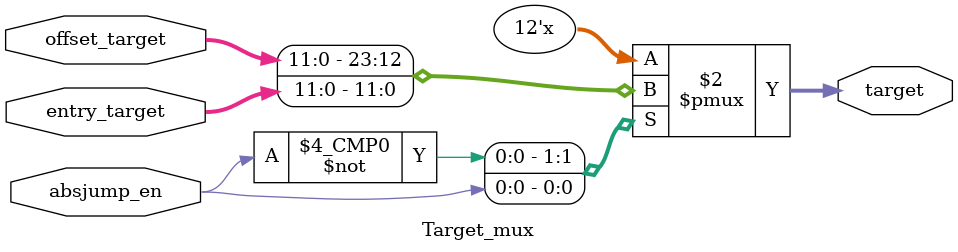
<source format=sv>
module Target_mux #(parameter D=12)(
  input       [ D-1:0] offset_target,	 //directly from $b  
					entry_target,//get from lookup table
  input			absjump_en,
  output logic[D-1:0] target);

 

  always_comb case(absjump_en)
    0: target = offset_target;   // go back 5 spaces
	1: target = entry_target;   //abs jump value
	
	default: target = 'b0;  // hold PC  
  endcase
endmodule


/*
2：1 mux, decides the target of PC
*/
</source>
